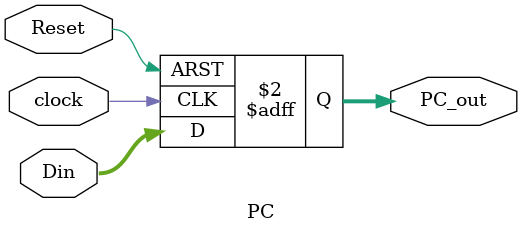
<source format=v>
`timescale 1ns / 1ps


module PC(
    input clock,
    input Reset,
    input [31:0] Din,
    output reg [31:0] PC_out
    );
    always@(posedge clock, posedge Reset) begin
        if(Reset)
            PC_out <= 32'b0;
        else
            PC_out <= Din;
    end
endmodule

</source>
